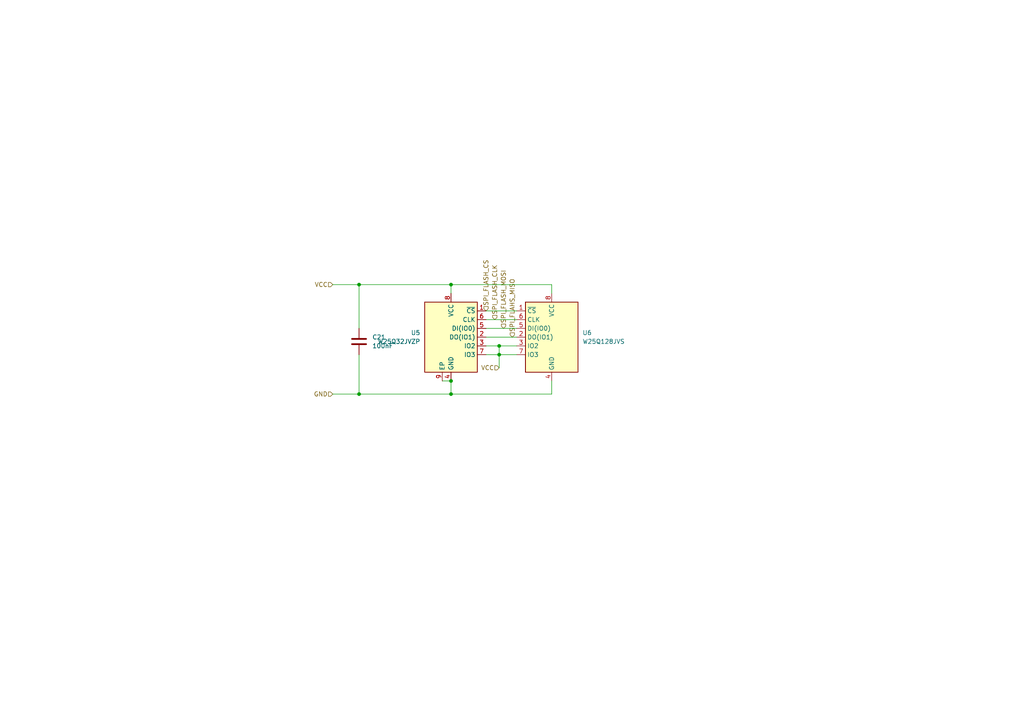
<source format=kicad_sch>
(kicad_sch (version 20231120) (generator "eeschema") (generator_version "8.0")
  (paper "A4")
  (lib_symbols
    (symbol "Device:C" (pin_numbers hide) (pin_names (offset 0.254))
      (property "Reference" "C" (at 0.635 2.54 0))
      (property "Value" "C" (at 0.635 -2.54 0))
      (symbol "C_0_1"
        (polyline (pts (xy -2.032 -0.762) (xy 2.032 -0.762)) (stroke (width 0.508)))
        (polyline (pts (xy -2.032 0.762) (xy 2.032 0.762)) (stroke (width 0.508)))
      )
      (symbol "C_1_1"
        (pin passive line (at 0 3.81 270) (length 2.794) (name "~") (number "1"))
        (pin passive line (at 0 -3.81 90) (length 2.794) (name "~") (number "2"))
      )
    )
    (symbol "Memory_Flash:W25Q128JVS"
      (property "Reference" "U" (at -8.89 8.89 0))
      (property "Value" "W25Q128JVS" (at 7.62 8.89 0))
      (symbol "W25Q128JVS_0_1"
        (rectangle (start -7.62 10.16) (end 7.62 -10.16) (stroke (width 0.254)) (fill (type background)))
      )
      (symbol "W25Q128JVS_1_1"
        (pin input line (at -10.16 7.62 0) (length 2.54) (name "~{CS}") (number "1"))
        (pin bidirectional line (at -10.16 0 0) (length 2.54) (name "DO(IO1)") (number "2"))
        (pin bidirectional line (at -10.16 -2.54 0) (length 2.54) (name "IO2") (number "3"))
        (pin power_in line (at 0 -12.7 90) (length 2.54) (name "GND") (number "4"))
        (pin bidirectional line (at -10.16 2.54 0) (length 2.54) (name "DI(IO0)") (number "5"))
        (pin input line (at -10.16 5.08 0) (length 2.54) (name "CLK") (number "6"))
        (pin bidirectional line (at -10.16 -5.08 0) (length 2.54) (name "IO3") (number "7"))
        (pin power_in line (at 0 12.7 270) (length 2.54) (name "VCC") (number "8"))
      )
    )
    (symbol "Memory_Flash:W25Q32JVZP"
      (property "Reference" "U" (at -6.35 11.43 0))
      (property "Value" "W25Q32JVZP" (at 7.62 11.43 0))
      (symbol "W25Q32JVZP_0_1"
        (rectangle (start -7.62 10.16) (end 7.62 -10.16) (stroke (width 0.254)) (fill (type background)))
      )
      (symbol "W25Q32JVZP_1_1"
        (pin input line (at -10.16 7.62 0) (length 2.54) (name "~{CS}") (number "1"))
        (pin bidirectional line (at -10.16 0 0) (length 2.54) (name "DO(IO1)") (number "2"))
        (pin bidirectional line (at -10.16 -2.54 0) (length 2.54) (name "IO2") (number "3"))
        (pin power_in line (at 0 -12.7 90) (length 2.54) (name "GND") (number "4"))
        (pin bidirectional line (at -10.16 2.54 0) (length 2.54) (name "DI(IO0)") (number "5"))
        (pin input line (at -10.16 5.08 0) (length 2.54) (name "CLK") (number "6"))
        (pin bidirectional line (at -10.16 -5.08 0) (length 2.54) (name "IO3") (number "7"))
        (pin power_in line (at 0 12.7 270) (length 2.54) (name "VCC") (number "8"))
        (pin passive line (at 2.54 -12.7 90) (length 2.54) (name "EP") (number "9"))
      )
    )
  )
  (junction (at 130.81 82.55))
  (junction (at 130.81 110.49))
  (junction (at 130.81 114.3))
  (junction (at 144.78 100.33))
  (junction (at 104.14 114.3))
  (junction (at 144.78 102.87))
  (junction (at 104.14 82.55))
  (wire (pts (xy 144.78 102.87) (xy 144.78 106.68)))
  (wire (pts (xy 104.14 114.3) (xy 130.81 114.3)))
  (wire (pts (xy 130.81 110.49) (xy 130.81 114.3)))
  (wire (pts (xy 140.97 92.71) (xy 149.86 92.71)))
  (wire (pts (xy 130.81 114.3) (xy 160.02 114.3)))
  (wire (pts (xy 144.78 100.33) (xy 144.78 102.87)))
  (wire (pts (xy 104.14 82.55) (xy 130.81 82.55)))
  (wire (pts (xy 104.14 102.87) (xy 104.14 114.3)))
  (wire (pts (xy 140.97 95.25) (xy 149.86 95.25)))
  (wire (pts (xy 160.02 110.49) (xy 160.02 114.3)))
  (wire (pts (xy 104.14 95.25) (xy 104.14 82.55)))
  (wire (pts (xy 104.14 82.55) (xy 96.52 82.55)))
  (wire (pts (xy 144.78 100.33) (xy 149.86 100.33)))
  (wire (pts (xy 140.97 102.87) (xy 144.78 102.87)))
  (wire (pts (xy 140.97 97.79) (xy 149.86 97.79)))
  (wire (pts (xy 144.78 102.87) (xy 149.86 102.87)))
  (wire (pts (xy 140.97 100.33) (xy 144.78 100.33)))
  (wire (pts (xy 140.97 90.17) (xy 149.86 90.17)))
  (wire (pts (xy 130.81 82.55) (xy 130.81 85.09)))
  (wire (pts (xy 160.02 82.55) (xy 160.02 85.09)))
  (wire (pts (xy 130.81 82.55) (xy 160.02 82.55)))
  (wire (pts (xy 130.81 110.49) (xy 128.27 110.49)))
  (wire (pts (xy 96.52 114.3) (xy 104.14 114.3)))
  (hierarchical_label "GND" (shape input) (at 96.52 114.3 180))
  (hierarchical_label "VCC" (shape input) (at 96.52 82.55 180))
  (hierarchical_label "SPI_FLAHS_MISO" (shape input) (at 148.59 97.79 90))
  (hierarchical_label "SPI_FLASH_CS" (shape input) (at 140.97 90.17 90))
  (hierarchical_label "SPI_FLASH_CLK" (shape input) (at 143.51 92.71 90))
  (hierarchical_label "SPI_FLASH_MOSI" (shape input) (at 146.05 95.25 90))
  (hierarchical_label "VCC" (shape input) (at 144.78 106.68 180))
  (symbol (lib_id "Memory_Flash:W25Q32JVZP") (at 130.81 97.79 0) (mirror y) (unit 1)
    (property "Reference" "U5" (at 121.92 96.5199 0) (effects (justify left)))
    (property "Value" "W25Q32JVZP" (at 121.92 99.0599 0) (effects (justify left)))
    (property "Footprint" "Package_SON:WSON-8-1EP_6x5mm_P1.27mm_EP3.4x4mm" (effects (hide yes)))
    (property "Datasheet" "http://www.winbond.com/resource-files/w25q32jv%20revg%2003272018%20plus.pdf" (effects (hide yes)))
    (property "Description" "32Mb Serial Flash Memory, Standard/Dual/Quad SPI, DFN-8" (effects (hide yes)))
  )
  (symbol (lib_id "Memory_Flash:W25Q128JVS") (at 160.02 97.79 0) (unit 1)
    (property "Reference" "U6" (at 168.91 96.5199 0) (effects (justify left)))
    (property "Value" "W25Q128JVS" (at 168.91 99.0599 0) (effects (justify left)))
    (property "Footprint" "Package_SO:SOIC-8_5.23x5.23mm_P1.27mm" (effects (hide yes)))
    (property "Datasheet" "http://www.winbond.com/resource-files/w25q128jv_dtr%20revc%2003272018%20plus.pdf" (effects (hide yes)))
    (property "Description" "128Mb Serial Flash Memory, Standard/Dual/Quad SPI, SOIC-8" (effects (hide yes)))
  )
  (symbol (lib_id "Device:C") (at 104.14 99.06 0) (unit 1)
    (property "Reference" "C21" (at 107.95 97.7899 0) (effects (justify left)))
    (property "Value" "100nF" (at 107.95 100.3299 0) (effects (justify left)))
    (property "Footprint" "Capacitor_SMD:C_0402_1005Metric" (effects (hide yes)))
    (property "Description" "Unpolarized capacitor" (effects (hide yes)))
  )
)
</source>
